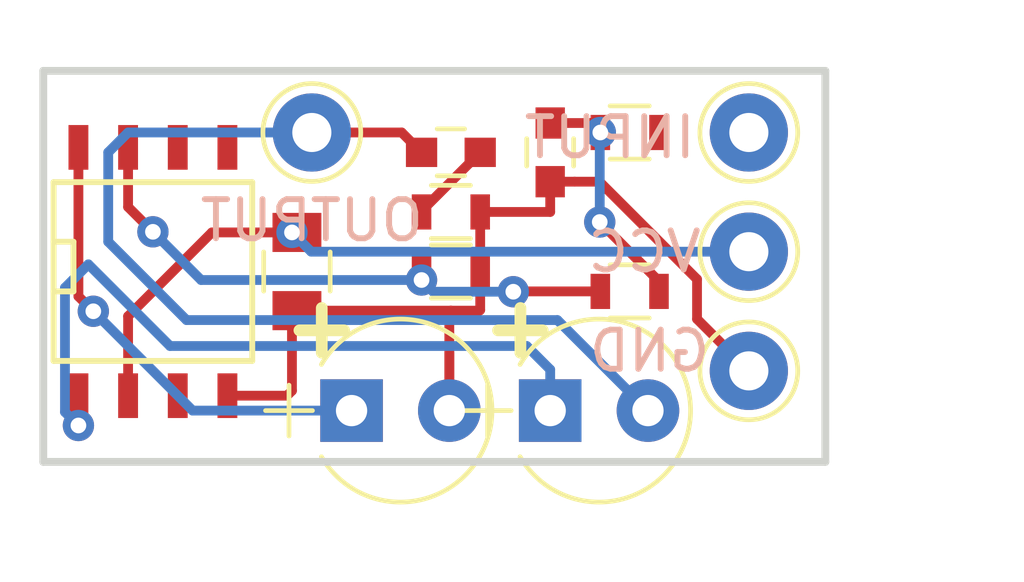
<source format=kicad_pcb>
(kicad_pcb (version 20171130) (host pcbnew "(5.0.1)-rc2")

  (general
    (thickness 1.6)
    (drawings 6)
    (tracks 67)
    (zones 0)
    (modules 14)
    (nets 13)
  )

  (page A4)
  (layers
    (0 F.Cu signal)
    (31 B.Cu signal)
    (32 B.Adhes user)
    (33 F.Adhes user)
    (34 B.Paste user)
    (35 F.Paste user)
    (36 B.SilkS user)
    (37 F.SilkS user)
    (38 B.Mask user)
    (39 F.Mask user)
    (40 Dwgs.User user)
    (41 Cmts.User user)
    (42 Eco1.User user)
    (43 Eco2.User user)
    (44 Edge.Cuts user)
    (45 Margin user)
    (46 B.CrtYd user)
    (47 F.CrtYd user)
    (48 B.Fab user)
    (49 F.Fab user)
  )

  (setup
    (last_trace_width 0.25)
    (trace_clearance 0.2)
    (zone_clearance 0.508)
    (zone_45_only no)
    (trace_min 0.2)
    (segment_width 0.2)
    (edge_width 0.15)
    (via_size 0.8)
    (via_drill 0.4)
    (via_min_size 0.4)
    (via_min_drill 0.3)
    (uvia_size 0.3)
    (uvia_drill 0.1)
    (uvias_allowed no)
    (uvia_min_size 0.2)
    (uvia_min_drill 0.1)
    (pcb_text_width 0.3)
    (pcb_text_size 1.5 1.5)
    (mod_edge_width 0.15)
    (mod_text_size 1 1)
    (mod_text_width 0.15)
    (pad_size 1.524 1.524)
    (pad_drill 0.762)
    (pad_to_mask_clearance 0.051)
    (solder_mask_min_width 0.25)
    (aux_axis_origin 0 0)
    (visible_elements 7FFFFFFF)
    (pcbplotparams
      (layerselection 0x010fc_ffffffff)
      (usegerberextensions false)
      (usegerberattributes false)
      (usegerberadvancedattributes false)
      (creategerberjobfile false)
      (excludeedgelayer true)
      (linewidth 0.100000)
      (plotframeref false)
      (viasonmask false)
      (mode 1)
      (useauxorigin false)
      (hpglpennumber 1)
      (hpglpenspeed 20)
      (hpglpendiameter 15.000000)
      (psnegative false)
      (psa4output false)
      (plotreference true)
      (plotvalue true)
      (plotinvisibletext false)
      (padsonsilk false)
      (subtractmaskfromsilk false)
      (outputformat 1)
      (mirror false)
      (drillshape 1)
      (scaleselection 1)
      (outputdirectory ""))
  )

  (net 0 "")
  (net 1 GND)
  (net 2 VCC)
  (net 3 "Net-(C2-Pad1)")
  (net 4 "Net-(C4-Pad1)")
  (net 5 "Net-(C4-Pad2)")
  (net 6 "Net-(C6-Pad2)")
  (net 7 "Net-(C8-Pad1)")
  (net 8 "Net-(R3-Pad1)")
  (net 9 "Net-(R5-Pad2)")
  (net 10 "Net-(U1-Pad3)")
  (net 11 "Net-(U1-Pad5)")
  (net 12 "Net-(U1-Pad6)")

  (net_class Default "Ceci est la Netclass par défaut."
    (clearance 0.2)
    (trace_width 0.25)
    (via_dia 0.8)
    (via_drill 0.4)
    (uvia_dia 0.3)
    (uvia_drill 0.1)
    (add_net GND)
    (add_net "Net-(C2-Pad1)")
    (add_net "Net-(C4-Pad1)")
    (add_net "Net-(C4-Pad2)")
    (add_net "Net-(C6-Pad2)")
    (add_net "Net-(C8-Pad1)")
    (add_net "Net-(R3-Pad1)")
    (add_net "Net-(R5-Pad2)")
    (add_net "Net-(U1-Pad3)")
    (add_net "Net-(U1-Pad5)")
    (add_net "Net-(U1-Pad6)")
    (add_net VCC)
  )

  (module Capacitors_SMD:C_0603 (layer F.Cu) (tedit 5CED3B29) (tstamp 5CEE5119)
    (at 92.964 37.084 270)
    (descr "Capacitor SMD 0603, reflow soldering, AVX (see smccp.pdf)")
    (tags "capacitor 0603")
    (path /5CED645E)
    (attr smd)
    (fp_text reference C8 (at 0 -1.5 270) (layer F.SilkS) hide
      (effects (font (size 1 1) (thickness 0.15)))
    )
    (fp_text value C (at 0 1.5 270) (layer F.Fab)
      (effects (font (size 1 1) (thickness 0.15)))
    )
    (fp_line (start 1.4 0.65) (end -1.4 0.65) (layer F.CrtYd) (width 0.05))
    (fp_line (start 1.4 0.65) (end 1.4 -0.65) (layer F.CrtYd) (width 0.05))
    (fp_line (start -1.4 -0.65) (end -1.4 0.65) (layer F.CrtYd) (width 0.05))
    (fp_line (start -1.4 -0.65) (end 1.4 -0.65) (layer F.CrtYd) (width 0.05))
    (fp_line (start 0.35 0.6) (end -0.35 0.6) (layer F.SilkS) (width 0.12))
    (fp_line (start -0.35 -0.6) (end 0.35 -0.6) (layer F.SilkS) (width 0.12))
    (fp_line (start -0.8 -0.4) (end 0.8 -0.4) (layer F.Fab) (width 0.1))
    (fp_line (start 0.8 -0.4) (end 0.8 0.4) (layer F.Fab) (width 0.1))
    (fp_line (start 0.8 0.4) (end -0.8 0.4) (layer F.Fab) (width 0.1))
    (fp_line (start -0.8 0.4) (end -0.8 -0.4) (layer F.Fab) (width 0.1))
    (fp_text user %R (at 0 0 270) (layer F.Fab)
      (effects (font (size 0.3 0.3) (thickness 0.075)))
    )
    (pad 2 smd rect (at 0.75 0 270) (size 0.8 0.75) (layers F.Cu F.Paste F.Mask)
      (net 1 GND))
    (pad 1 smd rect (at -0.75 0 270) (size 0.8 0.75) (layers F.Cu F.Paste F.Mask)
      (net 7 "Net-(C8-Pad1)"))
    (model Capacitors_SMD.3dshapes/C_0603.wrl
      (at (xyz 0 0 0))
      (scale (xyz 1 1 1))
      (rotate (xyz 0 0 0))
    )
  )

  (module Capacitors_SMD:C_0603 (layer F.Cu) (tedit 5CED3AB8) (tstamp 5CEE5109)
    (at 90.424 37.084)
    (descr "Capacitor SMD 0603, reflow soldering, AVX (see smccp.pdf)")
    (tags "capacitor 0603")
    (path /5CED34A4)
    (attr smd)
    (fp_text reference C6 (at 0 -0.889) (layer F.SilkS) hide
      (effects (font (size 1 1) (thickness 0.15)))
    )
    (fp_text value 100nF (at 0 1.5) (layer F.Fab)
      (effects (font (size 1 1) (thickness 0.15)))
    )
    (fp_text user %R (at 0 0) (layer F.Fab)
      (effects (font (size 0.3 0.3) (thickness 0.075)))
    )
    (fp_line (start -0.8 0.4) (end -0.8 -0.4) (layer F.Fab) (width 0.1))
    (fp_line (start 0.8 0.4) (end -0.8 0.4) (layer F.Fab) (width 0.1))
    (fp_line (start 0.8 -0.4) (end 0.8 0.4) (layer F.Fab) (width 0.1))
    (fp_line (start -0.8 -0.4) (end 0.8 -0.4) (layer F.Fab) (width 0.1))
    (fp_line (start -0.35 -0.6) (end 0.35 -0.6) (layer F.SilkS) (width 0.12))
    (fp_line (start 0.35 0.6) (end -0.35 0.6) (layer F.SilkS) (width 0.12))
    (fp_line (start -1.4 -0.65) (end 1.4 -0.65) (layer F.CrtYd) (width 0.05))
    (fp_line (start -1.4 -0.65) (end -1.4 0.65) (layer F.CrtYd) (width 0.05))
    (fp_line (start 1.4 0.65) (end 1.4 -0.65) (layer F.CrtYd) (width 0.05))
    (fp_line (start 1.4 0.65) (end -1.4 0.65) (layer F.CrtYd) (width 0.05))
    (pad 1 smd rect (at -0.75 0) (size 0.8 0.75) (layers F.Cu F.Paste F.Mask)
      (net 5 "Net-(C4-Pad2)"))
    (pad 2 smd rect (at 0.75 0) (size 0.8 0.75) (layers F.Cu F.Paste F.Mask)
      (net 6 "Net-(C6-Pad2)"))
    (model Capacitors_SMD.3dshapes/C_0603.wrl
      (at (xyz 0 0 0))
      (scale (xyz 1 1 1))
      (rotate (xyz 0 0 0))
    )
  )

  (module Capacitors_SMD:C_0805 (layer F.Cu) (tedit 5CED3B1A) (tstamp 5CEE114A)
    (at 86.487 40.132 270)
    (descr "Capacitor SMD 0805, reflow soldering, AVX (see smccp.pdf)")
    (tags "capacitor 0805")
    (path /5CED2B4D)
    (attr smd)
    (fp_text reference C1 (at 0 -1.5 270) (layer F.SilkS) hide
      (effects (font (size 1 1) (thickness 0.15)))
    )
    (fp_text value 10uF (at 0 1.75 270) (layer F.Fab)
      (effects (font (size 1 1) (thickness 0.15)))
    )
    (fp_line (start 1.75 0.87) (end -1.75 0.87) (layer F.CrtYd) (width 0.05))
    (fp_line (start 1.75 0.87) (end 1.75 -0.88) (layer F.CrtYd) (width 0.05))
    (fp_line (start -1.75 -0.88) (end -1.75 0.87) (layer F.CrtYd) (width 0.05))
    (fp_line (start -1.75 -0.88) (end 1.75 -0.88) (layer F.CrtYd) (width 0.05))
    (fp_line (start -0.5 0.85) (end 0.5 0.85) (layer F.SilkS) (width 0.12))
    (fp_line (start 0.5 -0.85) (end -0.5 -0.85) (layer F.SilkS) (width 0.12))
    (fp_line (start -1 -0.62) (end 1 -0.62) (layer F.Fab) (width 0.1))
    (fp_line (start 1 -0.62) (end 1 0.62) (layer F.Fab) (width 0.1))
    (fp_line (start 1 0.62) (end -1 0.62) (layer F.Fab) (width 0.1))
    (fp_line (start -1 0.62) (end -1 -0.62) (layer F.Fab) (width 0.1))
    (fp_text user %R (at 0 -1.5 270) (layer F.Fab)
      (effects (font (size 1 1) (thickness 0.15)))
    )
    (pad 2 smd rect (at 1 0 270) (size 1 1.25) (layers F.Cu F.Paste F.Mask)
      (net 1 GND))
    (pad 1 smd rect (at -1 0 270) (size 1 1.25) (layers F.Cu F.Paste F.Mask)
      (net 2 VCC))
    (model Capacitors_SMD.3dshapes/C_0805.wrl
      (at (xyz 0 0 0))
      (scale (xyz 1 1 1))
      (rotate (xyz 0 0 0))
    )
  )

  (module Capacitors_THT:CP_Radial_Tantal_D4.5mm_P2.50mm (layer F.Cu) (tedit 5CED3B1F) (tstamp 5CEE115D)
    (at 87.884 43.688)
    (descr "CP, Radial_Tantal series, Radial, pin pitch=2.50mm, , diameter=4.5mm, Tantal Electrolytic Capacitor, http://cdn-reichelt.de/documents/datenblatt/B300/TANTAL-TB-Serie%23.pdf")
    (tags "CP Radial_Tantal series Radial pin pitch 2.50mm  diameter 4.5mm Tantal Electrolytic Capacitor")
    (path /5CED2CC0)
    (fp_text reference C2 (at 1.25 -3.56) (layer F.SilkS) hide
      (effects (font (size 1 1) (thickness 0.15)))
    )
    (fp_text value 47uF (at 1.25 3.56) (layer F.Fab)
      (effects (font (size 1 1) (thickness 0.15)))
    )
    (fp_text user %R (at 1.25 0) (layer F.Fab)
      (effects (font (size 1 1) (thickness 0.15)))
    )
    (fp_line (start 3.85 -2.6) (end -1.35 -2.6) (layer F.CrtYd) (width 0.05))
    (fp_line (start 3.85 2.6) (end 3.85 -2.6) (layer F.CrtYd) (width 0.05))
    (fp_line (start -1.35 2.6) (end 3.85 2.6) (layer F.CrtYd) (width 0.05))
    (fp_line (start -1.35 -2.6) (end -1.35 2.6) (layer F.CrtYd) (width 0.05))
    (fp_line (start -1.6 -0.65) (end -1.6 0.65) (layer F.SilkS) (width 0.12))
    (fp_line (start -2.2 0) (end -1 0) (layer F.SilkS) (width 0.12))
    (fp_line (start -1.6 -0.65) (end -1.6 0.65) (layer F.Fab) (width 0.1))
    (fp_line (start -2.2 0) (end -1 0) (layer F.Fab) (width 0.1))
    (fp_circle (center 1.25 0) (end 3.5 0) (layer F.Fab) (width 0.1))
    (fp_arc (start 1.25 0) (end 3.270693 -1.18) (angle 60.6) (layer F.SilkS) (width 0.12))
    (fp_arc (start 1.25 0) (end -0.770693 1.18) (angle -119.4) (layer F.SilkS) (width 0.12))
    (fp_arc (start 1.25 0) (end -0.770693 -1.18) (angle 119.4) (layer F.SilkS) (width 0.12))
    (pad 2 thru_hole circle (at 2.5 0) (size 1.6 1.6) (drill 0.8) (layers *.Cu *.Mask)
      (net 1 GND))
    (pad 1 thru_hole rect (at 0 0) (size 1.6 1.6) (drill 0.8) (layers *.Cu *.Mask)
      (net 3 "Net-(C2-Pad1)"))
    (model ${KISYS3DMOD}/Capacitors_THT.3dshapes/CP_Radial_Tantal_D4.5mm_P2.50mm.wrl
      (at (xyz 0 0 0))
      (scale (xyz 1 1 1))
      (rotate (xyz 0 0 0))
    )
  )

  (module Capacitors_THT:CP_Radial_Tantal_D4.5mm_P2.50mm (layer F.Cu) (tedit 5CED3B39) (tstamp 5CEE1170)
    (at 92.964 43.688)
    (descr "CP, Radial_Tantal series, Radial, pin pitch=2.50mm, , diameter=4.5mm, Tantal Electrolytic Capacitor, http://cdn-reichelt.de/documents/datenblatt/B300/TANTAL-TB-Serie%23.pdf")
    (tags "CP Radial_Tantal series Radial pin pitch 2.50mm  diameter 4.5mm Tantal Electrolytic Capacitor")
    (path /5CED3307)
    (fp_text reference C4 (at 1.25 -3.56) (layer F.SilkS) hide
      (effects (font (size 1 1) (thickness 0.15)))
    )
    (fp_text value 47uF (at 1.25 3.56) (layer F.Fab)
      (effects (font (size 1 1) (thickness 0.15)))
    )
    (fp_arc (start 1.25 0) (end -0.770693 -1.18) (angle 119.4) (layer F.SilkS) (width 0.12))
    (fp_arc (start 1.25 0) (end -0.770693 1.18) (angle -119.4) (layer F.SilkS) (width 0.12))
    (fp_arc (start 1.25 0) (end 3.270693 -1.18) (angle 60.6) (layer F.SilkS) (width 0.12))
    (fp_circle (center 1.25 0) (end 3.5 0) (layer F.Fab) (width 0.1))
    (fp_line (start -2.2 0) (end -1 0) (layer F.Fab) (width 0.1))
    (fp_line (start -1.6 -0.65) (end -1.6 0.65) (layer F.Fab) (width 0.1))
    (fp_line (start -2.2 0) (end -1 0) (layer F.SilkS) (width 0.12))
    (fp_line (start -1.6 -0.65) (end -1.6 0.65) (layer F.SilkS) (width 0.12))
    (fp_line (start -1.35 -2.6) (end -1.35 2.6) (layer F.CrtYd) (width 0.05))
    (fp_line (start -1.35 2.6) (end 3.85 2.6) (layer F.CrtYd) (width 0.05))
    (fp_line (start 3.85 2.6) (end 3.85 -2.6) (layer F.CrtYd) (width 0.05))
    (fp_line (start 3.85 -2.6) (end -1.35 -2.6) (layer F.CrtYd) (width 0.05))
    (fp_text user %R (at 1.25 0) (layer F.Fab)
      (effects (font (size 1 1) (thickness 0.15)))
    )
    (pad 1 thru_hole rect (at 0 0) (size 1.6 1.6) (drill 0.8) (layers *.Cu *.Mask)
      (net 4 "Net-(C4-Pad1)"))
    (pad 2 thru_hole circle (at 2.5 0) (size 1.6 1.6) (drill 0.8) (layers *.Cu *.Mask)
      (net 5 "Net-(C4-Pad2)"))
    (model ${KISYS3DMOD}/Capacitors_THT.3dshapes/CP_Radial_Tantal_D4.5mm_P2.50mm.wrl
      (at (xyz 0 0 0))
      (scale (xyz 1 1 1))
      (rotate (xyz 0 0 0))
    )
  )

  (module Resistors_SMD:R_0603 (layer F.Cu) (tedit 5CED3B0B) (tstamp 5CEE11A3)
    (at 90.424 38.608)
    (descr "Resistor SMD 0603, reflow soldering, Vishay (see dcrcw.pdf)")
    (tags "resistor 0603")
    (path /5CED3737)
    (attr smd)
    (fp_text reference R1 (at 0 -1.397) (layer F.SilkS) hide
      (effects (font (size 1 1) (thickness 0.15)))
    )
    (fp_text value 4.7R (at 0 1.5) (layer F.Fab)
      (effects (font (size 1 1) (thickness 0.15)))
    )
    (fp_line (start 1.25 0.7) (end -1.25 0.7) (layer F.CrtYd) (width 0.05))
    (fp_line (start 1.25 0.7) (end 1.25 -0.7) (layer F.CrtYd) (width 0.05))
    (fp_line (start -1.25 -0.7) (end -1.25 0.7) (layer F.CrtYd) (width 0.05))
    (fp_line (start -1.25 -0.7) (end 1.25 -0.7) (layer F.CrtYd) (width 0.05))
    (fp_line (start -0.5 -0.68) (end 0.5 -0.68) (layer F.SilkS) (width 0.12))
    (fp_line (start 0.5 0.68) (end -0.5 0.68) (layer F.SilkS) (width 0.12))
    (fp_line (start -0.8 -0.4) (end 0.8 -0.4) (layer F.Fab) (width 0.1))
    (fp_line (start 0.8 -0.4) (end 0.8 0.4) (layer F.Fab) (width 0.1))
    (fp_line (start 0.8 0.4) (end -0.8 0.4) (layer F.Fab) (width 0.1))
    (fp_line (start -0.8 0.4) (end -0.8 -0.4) (layer F.Fab) (width 0.1))
    (fp_text user %R (at 0 0) (layer F.Fab)
      (effects (font (size 0.4 0.4) (thickness 0.075)))
    )
    (pad 2 smd rect (at 0.75 0) (size 0.5 0.9) (layers F.Cu F.Paste F.Mask)
      (net 1 GND))
    (pad 1 smd rect (at -0.75 0) (size 0.5 0.9) (layers F.Cu F.Paste F.Mask)
      (net 6 "Net-(C6-Pad2)"))
    (model ${KISYS3DMOD}/Resistors_SMD.3dshapes/R_0603.wrl
      (at (xyz 0 0 0))
      (scale (xyz 1 1 1))
      (rotate (xyz 0 0 0))
    )
  )

  (module Resistors_SMD:R_0603 (layer F.Cu) (tedit 5CED3B14) (tstamp 5CEE11B4)
    (at 90.424 40.132)
    (descr "Resistor SMD 0603, reflow soldering, Vishay (see dcrcw.pdf)")
    (tags "resistor 0603")
    (path /5CED612D)
    (attr smd)
    (fp_text reference R3 (at 0 -1.45) (layer F.SilkS) hide
      (effects (font (size 1 1) (thickness 0.15)))
    )
    (fp_text value R (at 0 1.5) (layer F.Fab)
      (effects (font (size 1 1) (thickness 0.15)))
    )
    (fp_text user %R (at 0 0) (layer F.Fab)
      (effects (font (size 0.4 0.4) (thickness 0.075)))
    )
    (fp_line (start -0.8 0.4) (end -0.8 -0.4) (layer F.Fab) (width 0.1))
    (fp_line (start 0.8 0.4) (end -0.8 0.4) (layer F.Fab) (width 0.1))
    (fp_line (start 0.8 -0.4) (end 0.8 0.4) (layer F.Fab) (width 0.1))
    (fp_line (start -0.8 -0.4) (end 0.8 -0.4) (layer F.Fab) (width 0.1))
    (fp_line (start 0.5 0.68) (end -0.5 0.68) (layer F.SilkS) (width 0.12))
    (fp_line (start -0.5 -0.68) (end 0.5 -0.68) (layer F.SilkS) (width 0.12))
    (fp_line (start -1.25 -0.7) (end 1.25 -0.7) (layer F.CrtYd) (width 0.05))
    (fp_line (start -1.25 -0.7) (end -1.25 0.7) (layer F.CrtYd) (width 0.05))
    (fp_line (start 1.25 0.7) (end 1.25 -0.7) (layer F.CrtYd) (width 0.05))
    (fp_line (start 1.25 0.7) (end -1.25 0.7) (layer F.CrtYd) (width 0.05))
    (pad 1 smd rect (at -0.75 0) (size 0.5 0.9) (layers F.Cu F.Paste F.Mask)
      (net 8 "Net-(R3-Pad1)"))
    (pad 2 smd rect (at 0.75 0) (size 0.5 0.9) (layers F.Cu F.Paste F.Mask)
      (net 1 GND))
    (model ${KISYS3DMOD}/Resistors_SMD.3dshapes/R_0603.wrl
      (at (xyz 0 0 0))
      (scale (xyz 1 1 1))
      (rotate (xyz 0 0 0))
    )
  )

  (module Resistors_SMD:R_0603 (layer F.Cu) (tedit 5CED3B3E) (tstamp 5CEE11C5)
    (at 94.996 40.64)
    (descr "Resistor SMD 0603, reflow soldering, Vishay (see dcrcw.pdf)")
    (tags "resistor 0603")
    (path /5CED61C5)
    (attr smd)
    (fp_text reference R4 (at 0 -1.45) (layer F.SilkS) hide
      (effects (font (size 1 1) (thickness 0.15)))
    )
    (fp_text value R (at 0 1.5) (layer F.Fab)
      (effects (font (size 1 1) (thickness 0.15)))
    )
    (fp_line (start 1.25 0.7) (end -1.25 0.7) (layer F.CrtYd) (width 0.05))
    (fp_line (start 1.25 0.7) (end 1.25 -0.7) (layer F.CrtYd) (width 0.05))
    (fp_line (start -1.25 -0.7) (end -1.25 0.7) (layer F.CrtYd) (width 0.05))
    (fp_line (start -1.25 -0.7) (end 1.25 -0.7) (layer F.CrtYd) (width 0.05))
    (fp_line (start -0.5 -0.68) (end 0.5 -0.68) (layer F.SilkS) (width 0.12))
    (fp_line (start 0.5 0.68) (end -0.5 0.68) (layer F.SilkS) (width 0.12))
    (fp_line (start -0.8 -0.4) (end 0.8 -0.4) (layer F.Fab) (width 0.1))
    (fp_line (start 0.8 -0.4) (end 0.8 0.4) (layer F.Fab) (width 0.1))
    (fp_line (start 0.8 0.4) (end -0.8 0.4) (layer F.Fab) (width 0.1))
    (fp_line (start -0.8 0.4) (end -0.8 -0.4) (layer F.Fab) (width 0.1))
    (fp_text user %R (at 0 0) (layer F.Fab)
      (effects (font (size 0.4 0.4) (thickness 0.075)))
    )
    (pad 2 smd rect (at 0.75 0) (size 0.5 0.9) (layers F.Cu F.Paste F.Mask)
      (net 7 "Net-(C8-Pad1)"))
    (pad 1 smd rect (at -0.75 0) (size 0.5 0.9) (layers F.Cu F.Paste F.Mask)
      (net 8 "Net-(R3-Pad1)"))
    (model ${KISYS3DMOD}/Resistors_SMD.3dshapes/R_0603.wrl
      (at (xyz 0 0 0))
      (scale (xyz 1 1 1))
      (rotate (xyz 0 0 0))
    )
  )

  (module Resistors_SMD:R_0603 (layer F.Cu) (tedit 5CED3AB3) (tstamp 5CEE11D6)
    (at 94.996 36.576)
    (descr "Resistor SMD 0603, reflow soldering, Vishay (see dcrcw.pdf)")
    (tags "resistor 0603")
    (path /5CED6248)
    (attr smd)
    (fp_text reference R5 (at 0.127 -0.127) (layer F.SilkS) hide
      (effects (font (size 1 1) (thickness 0.15)))
    )
    (fp_text value R (at 0 1.5) (layer F.Fab)
      (effects (font (size 1 1) (thickness 0.15)))
    )
    (fp_text user %R (at 0 0) (layer F.Fab)
      (effects (font (size 0.4 0.4) (thickness 0.075)))
    )
    (fp_line (start -0.8 0.4) (end -0.8 -0.4) (layer F.Fab) (width 0.1))
    (fp_line (start 0.8 0.4) (end -0.8 0.4) (layer F.Fab) (width 0.1))
    (fp_line (start 0.8 -0.4) (end 0.8 0.4) (layer F.Fab) (width 0.1))
    (fp_line (start -0.8 -0.4) (end 0.8 -0.4) (layer F.Fab) (width 0.1))
    (fp_line (start 0.5 0.68) (end -0.5 0.68) (layer F.SilkS) (width 0.12))
    (fp_line (start -0.5 -0.68) (end 0.5 -0.68) (layer F.SilkS) (width 0.12))
    (fp_line (start -1.25 -0.7) (end 1.25 -0.7) (layer F.CrtYd) (width 0.05))
    (fp_line (start -1.25 -0.7) (end -1.25 0.7) (layer F.CrtYd) (width 0.05))
    (fp_line (start 1.25 0.7) (end 1.25 -0.7) (layer F.CrtYd) (width 0.05))
    (fp_line (start 1.25 0.7) (end -1.25 0.7) (layer F.CrtYd) (width 0.05))
    (pad 1 smd rect (at -0.75 0) (size 0.5 0.9) (layers F.Cu F.Paste F.Mask)
      (net 7 "Net-(C8-Pad1)"))
    (pad 2 smd rect (at 0.75 0) (size 0.5 0.9) (layers F.Cu F.Paste F.Mask)
      (net 9 "Net-(R5-Pad2)"))
    (model ${KISYS3DMOD}/Resistors_SMD.3dshapes/R_0603.wrl
      (at (xyz 0 0 0))
      (scale (xyz 1 1 1))
      (rotate (xyz 0 0 0))
    )
  )

  (module Connectors:Pin_d1.0mm_L10.0mm (layer F.Cu) (tedit 5CED3AFC) (tstamp 5CEE11E0)
    (at 86.868 36.576)
    (descr "solder Pin_ diameter 1.0mm, hole diameter 1.0mm (press fit), length 10.0mm")
    (tags "solder Pin_ press fit")
    (path /5CED3B67)
    (fp_text reference OUTPUT (at 0 2.25) (layer B.SilkS)
      (effects (font (size 1 1) (thickness 0.15)) (justify mirror))
    )
    (fp_text value OUT_L (at 0 -2.54) (layer F.Fab)
      (effects (font (size 1 1) (thickness 0.15)))
    )
    (fp_circle (center 0 0) (end 1.25 0.05) (layer F.SilkS) (width 0.12))
    (fp_circle (center 0 0) (end 1 0) (layer F.Fab) (width 0.12))
    (fp_circle (center 0 0) (end 0.5 0) (layer F.Fab) (width 0.12))
    (fp_circle (center 0 0) (end 1.5 0) (layer F.CrtYd) (width 0.05))
    (fp_text user %R (at 0 2.25) (layer F.Fab)
      (effects (font (size 1 1) (thickness 0.15)))
    )
    (pad 1 thru_hole circle (at 0 0) (size 2 2) (drill 1) (layers *.Cu *.Mask)
      (net 5 "Net-(C4-Pad2)"))
    (model ${KISYS3DMOD}/Connectors.3dshapes/Pin_d1.0mm_L10.0mm.wrl
      (at (xyz 0 0 0))
      (scale (xyz 1 1 1))
      (rotate (xyz 0 0 0))
    )
  )

  (module Connectors:Pin_d1.0mm_L10.0mm (layer F.Cu) (tedit 5CED3AA7) (tstamp 5CEE11EA)
    (at 98.044 36.576)
    (descr "solder Pin_ diameter 1.0mm, hole diameter 1.0mm (press fit), length 10.0mm")
    (tags "solder Pin_ press fit")
    (path /5CED6653)
    (fp_text reference INPUT (at -3.556 0.127) (layer B.SilkS)
      (effects (font (size 1 1) (thickness 0.15)) (justify mirror))
    )
    (fp_text value IN_L (at 4.064 0) (layer F.Fab)
      (effects (font (size 1 1) (thickness 0.15)))
    )
    (fp_text user %R (at 0 2.25) (layer F.Fab)
      (effects (font (size 1 1) (thickness 0.15)))
    )
    (fp_circle (center 0 0) (end 1.5 0) (layer F.CrtYd) (width 0.05))
    (fp_circle (center 0 0) (end 0.5 0) (layer F.Fab) (width 0.12))
    (fp_circle (center 0 0) (end 1 0) (layer F.Fab) (width 0.12))
    (fp_circle (center 0 0) (end 1.25 0.05) (layer F.SilkS) (width 0.12))
    (pad 1 thru_hole circle (at 0 0) (size 2 2) (drill 1) (layers *.Cu *.Mask)
      (net 9 "Net-(R5-Pad2)"))
    (model ${KISYS3DMOD}/Connectors.3dshapes/Pin_d1.0mm_L10.0mm.wrl
      (at (xyz 0 0 0))
      (scale (xyz 1 1 1))
      (rotate (xyz 0 0 0))
    )
  )

  (module Connectors:Pin_d1.0mm_L10.0mm (layer F.Cu) (tedit 5CED3AC6) (tstamp 5CEE11F4)
    (at 98.044 39.624)
    (descr "solder Pin_ diameter 1.0mm, hole diameter 1.0mm (press fit), length 10.0mm")
    (tags "solder Pin_ press fit")
    (path /5CEE45D9)
    (fp_text reference VCC (at -2.667 0) (layer B.SilkS)
      (effects (font (size 1 1) (thickness 0.15)) (justify mirror))
    )
    (fp_text value p_VCC (at 4.572 0) (layer F.Fab)
      (effects (font (size 1 1) (thickness 0.15)))
    )
    (fp_circle (center 0 0) (end 1.25 0.05) (layer F.SilkS) (width 0.12))
    (fp_circle (center 0 0) (end 1 0) (layer F.Fab) (width 0.12))
    (fp_circle (center 0 0) (end 0.5 0) (layer F.Fab) (width 0.12))
    (fp_circle (center 0 0) (end 1.5 0) (layer F.CrtYd) (width 0.05))
    (fp_text user %R (at 0 2.25) (layer F.Fab)
      (effects (font (size 1 1) (thickness 0.15)))
    )
    (pad 1 thru_hole circle (at 0 0) (size 2 2) (drill 1) (layers *.Cu *.Mask)
      (net 2 VCC))
    (model ${KISYS3DMOD}/Connectors.3dshapes/Pin_d1.0mm_L10.0mm.wrl
      (at (xyz 0 0 0))
      (scale (xyz 1 1 1))
      (rotate (xyz 0 0 0))
    )
  )

  (module Connectors:Pin_d1.0mm_L10.0mm (layer F.Cu) (tedit 5CED3AD6) (tstamp 5CEE11FE)
    (at 98.044 42.672)
    (descr "solder Pin_ diameter 1.0mm, hole diameter 1.0mm (press fit), length 10.0mm")
    (tags "solder Pin_ press fit")
    (path /5CEE5996)
    (fp_text reference GND (at -2.54 -0.508) (layer B.SilkS)
      (effects (font (size 1 1) (thickness 0.15)) (justify mirror))
    )
    (fp_text value p_GND (at 4.572 0) (layer F.Fab)
      (effects (font (size 1 1) (thickness 0.15)))
    )
    (fp_text user %R (at 0 2.25) (layer F.Fab)
      (effects (font (size 1 1) (thickness 0.15)))
    )
    (fp_circle (center 0 0) (end 1.5 0) (layer F.CrtYd) (width 0.05))
    (fp_circle (center 0 0) (end 0.5 0) (layer F.Fab) (width 0.12))
    (fp_circle (center 0 0) (end 1 0) (layer F.Fab) (width 0.12))
    (fp_circle (center 0 0) (end 1.25 0.05) (layer F.SilkS) (width 0.12))
    (pad 1 thru_hole circle (at 0 0) (size 2 2) (drill 1) (layers *.Cu *.Mask)
      (net 1 GND))
    (model ${KISYS3DMOD}/Connectors.3dshapes/Pin_d1.0mm_L10.0mm.wrl
      (at (xyz 0 0 0))
      (scale (xyz 1 1 1))
      (rotate (xyz 0 0 0))
    )
  )

  (module SMD_Packages:SOIC-8-N (layer F.Cu) (tedit 5CED3B48) (tstamp 5CEE1211)
    (at 82.804 40.132)
    (descr "Module Narrow CMS SOJ 8 pins large")
    (tags "CMS SOJ")
    (path /5CED29D0)
    (attr smd)
    (fp_text reference U1 (at 0 -1.27) (layer F.SilkS) hide
      (effects (font (size 1 1) (thickness 0.15)))
    )
    (fp_text value TDA2822M (at 0 1.27) (layer F.Fab)
      (effects (font (size 1 1) (thickness 0.15)))
    )
    (fp_line (start -2.032 0.508) (end -2.54 0.508) (layer F.SilkS) (width 0.15))
    (fp_line (start -2.032 -0.762) (end -2.032 0.508) (layer F.SilkS) (width 0.15))
    (fp_line (start -2.54 -0.762) (end -2.032 -0.762) (layer F.SilkS) (width 0.15))
    (fp_line (start -2.54 2.286) (end -2.54 -2.286) (layer F.SilkS) (width 0.15))
    (fp_line (start 2.54 2.286) (end -2.54 2.286) (layer F.SilkS) (width 0.15))
    (fp_line (start 2.54 -2.286) (end 2.54 2.286) (layer F.SilkS) (width 0.15))
    (fp_line (start -2.54 -2.286) (end 2.54 -2.286) (layer F.SilkS) (width 0.15))
    (pad 1 smd rect (at -1.905 3.175) (size 0.508 1.143) (layers F.Cu F.Paste F.Mask)
      (net 4 "Net-(C4-Pad1)"))
    (pad 2 smd rect (at -0.635 3.175) (size 0.508 1.143) (layers F.Cu F.Paste F.Mask)
      (net 2 VCC))
    (pad 3 smd rect (at 0.635 3.175) (size 0.508 1.143) (layers F.Cu F.Paste F.Mask)
      (net 10 "Net-(U1-Pad3)"))
    (pad 4 smd rect (at 1.905 3.175) (size 0.508 1.143) (layers F.Cu F.Paste F.Mask)
      (net 1 GND))
    (pad 5 smd rect (at 1.905 -3.175) (size 0.508 1.143) (layers F.Cu F.Paste F.Mask)
      (net 11 "Net-(U1-Pad5)"))
    (pad 6 smd rect (at 0.635 -3.175) (size 0.508 1.143) (layers F.Cu F.Paste F.Mask)
      (net 12 "Net-(U1-Pad6)"))
    (pad 7 smd rect (at -0.635 -3.175) (size 0.508 1.143) (layers F.Cu F.Paste F.Mask)
      (net 8 "Net-(R3-Pad1)"))
    (pad 8 smd rect (at -1.905 -3.175) (size 0.508 1.143) (layers F.Cu F.Paste F.Mask)
      (net 3 "Net-(C2-Pad1)"))
    (model SMD_Packages.3dshapes/SOIC-8-N.wrl
      (at (xyz 0 0 0))
      (scale (xyz 0.5 0.38 0.5))
      (rotate (xyz 0 0 0))
    )
  )

  (gr_text + (at 92.202 41.529) (layer F.SilkS)
    (effects (font (size 1.5 1.5) (thickness 0.3)))
  )
  (gr_text + (at 87.122 41.529) (layer F.SilkS)
    (effects (font (size 1.5 1.5) (thickness 0.3)))
  )
  (gr_line (start 80 45) (end 80 35) (layer Edge.Cuts) (width 0.2))
  (gr_line (start 100 45) (end 80 45) (layer Edge.Cuts) (width 0.2))
  (gr_line (start 100 35) (end 100 45) (layer Edge.Cuts) (width 0.2))
  (gr_line (start 80 35) (end 100 35) (layer Edge.Cuts) (width 0.2))

  (segment (start 93.589 37.834) (end 92.964 37.834) (width 0.25) (layer F.Cu) (net 1))
  (segment (start 94.225002 37.834) (end 93.589 37.834) (width 0.25) (layer F.Cu) (net 1))
  (segment (start 96.718999 40.327997) (end 94.225002 37.834) (width 0.25) (layer F.Cu) (net 1))
  (segment (start 96.718999 41.346999) (end 96.718999 40.327997) (width 0.25) (layer F.Cu) (net 1))
  (segment (start 98.044 42.672) (end 96.718999 41.346999) (width 0.25) (layer F.Cu) (net 1))
  (segment (start 91.174 40.132) (end 91.174 38.608) (width 0.25) (layer F.Cu) (net 1))
  (segment (start 91.174 38.608) (end 92.964 38.608) (width 0.25) (layer F.Cu) (net 1))
  (segment (start 92.964 38.608) (end 92.964 37.834) (width 0.25) (layer F.Cu) (net 1))
  (segment (start 90.384 42.204) (end 90.384 43.688) (width 0.25) (layer F.Cu) (net 1))
  (segment (start 90.384 41.172) (end 90.384 43.688) (width 0.25) (layer F.Cu) (net 1))
  (segment (start 90.424 41.132) (end 90.384 41.172) (width 0.25) (layer F.Cu) (net 1))
  (segment (start 90.424 41.132) (end 91.158 41.132) (width 0.25) (layer F.Cu) (net 1))
  (segment (start 86.36 41.132) (end 90.424 41.132) (width 0.25) (layer F.Cu) (net 1))
  (segment (start 91.174 41.116) (end 91.174 40.132) (width 0.25) (layer F.Cu) (net 1))
  (segment (start 91.158 41.132) (end 91.174 41.116) (width 0.25) (layer F.Cu) (net 1))
  (segment (start 84.709 43.307) (end 86.233 43.307) (width 0.25) (layer F.Cu) (net 1))
  (segment (start 86.36 43.18) (end 86.36 41.132) (width 0.25) (layer F.Cu) (net 1))
  (segment (start 86.233 43.307) (end 86.36 43.18) (width 0.25) (layer F.Cu) (net 1))
  (via (at 86.36 39.132) (size 0.8) (drill 0.4) (layers F.Cu B.Cu) (net 2))
  (segment (start 98.044 39.624) (end 86.852 39.624) (width 0.25) (layer B.Cu) (net 2))
  (segment (start 86.852 39.624) (end 86.36 39.132) (width 0.25) (layer B.Cu) (net 2))
  (segment (start 82.169 43.307) (end 82.169 41.275) (width 0.25) (layer F.Cu) (net 2))
  (segment (start 84.312 39.132) (end 86.36 39.132) (width 0.25) (layer F.Cu) (net 2))
  (segment (start 82.169 41.275) (end 84.312 39.132) (width 0.25) (layer F.Cu) (net 2))
  (via (at 81.28 41.148) (size 0.8) (drill 0.4) (layers F.Cu B.Cu) (net 3))
  (segment (start 80.899 36.957) (end 80.899 40.767) (width 0.25) (layer F.Cu) (net 3))
  (segment (start 80.899 40.767) (end 81.28 41.148) (width 0.25) (layer F.Cu) (net 3))
  (segment (start 83.82 43.688) (end 87.884 43.688) (width 0.25) (layer B.Cu) (net 3))
  (segment (start 81.28 41.148) (end 83.82 43.688) (width 0.25) (layer B.Cu) (net 3))
  (segment (start 92.964 42.638) (end 92.363 42.037) (width 0.25) (layer B.Cu) (net 4))
  (segment (start 92.964 43.688) (end 92.964 42.638) (width 0.25) (layer B.Cu) (net 4))
  (segment (start 83.242002 42.037) (end 81.153 39.947998) (width 0.25) (layer B.Cu) (net 4))
  (segment (start 92.363 42.037) (end 83.242002 42.037) (width 0.25) (layer B.Cu) (net 4))
  (via (at 80.899 44.069) (size 0.8) (drill 0.4) (layers F.Cu B.Cu) (net 4))
  (segment (start 80.554999 43.724999) (end 80.899 44.069) (width 0.25) (layer B.Cu) (net 4))
  (segment (start 81.153 39.947998) (end 80.554999 40.545999) (width 0.25) (layer B.Cu) (net 4))
  (segment (start 80.554999 40.545999) (end 80.554999 43.724999) (width 0.25) (layer B.Cu) (net 4))
  (segment (start 80.899 44.069) (end 80.899 43.307) (width 0.25) (layer F.Cu) (net 4))
  (segment (start 89.166 36.576) (end 89.674 37.084) (width 0.25) (layer F.Cu) (net 5))
  (segment (start 86.868 36.576) (end 89.166 36.576) (width 0.25) (layer F.Cu) (net 5))
  (segment (start 93.14901 41.37301) (end 83.66401 41.37301) (width 0.25) (layer B.Cu) (net 5))
  (segment (start 95.464 43.688) (end 93.14901 41.37301) (width 0.25) (layer B.Cu) (net 5))
  (segment (start 83.66401 41.37301) (end 81.661 39.37) (width 0.25) (layer B.Cu) (net 5))
  (segment (start 81.661 39.37) (end 81.661 37.084) (width 0.25) (layer B.Cu) (net 5))
  (segment (start 82.169 36.576) (end 86.868 36.576) (width 0.25) (layer B.Cu) (net 5))
  (segment (start 81.661 37.084) (end 82.169 36.576) (width 0.25) (layer B.Cu) (net 5))
  (segment (start 89.674 38.584) (end 91.174 37.084) (width 0.25) (layer F.Cu) (net 6))
  (segment (start 89.674 38.608) (end 89.674 38.584) (width 0.25) (layer F.Cu) (net 6))
  (segment (start 94.004 36.334) (end 94.246 36.576) (width 0.25) (layer F.Cu) (net 7))
  (segment (start 92.964 36.334) (end 94.004 36.334) (width 0.25) (layer F.Cu) (net 7))
  (via (at 94.230848 38.865152) (size 0.8) (drill 0.4) (layers F.Cu B.Cu) (net 7))
  (segment (start 95.746 40.64) (end 95.746 40.380304) (width 0.25) (layer F.Cu) (net 7))
  (segment (start 95.746 40.380304) (end 94.230848 38.865152) (width 0.25) (layer F.Cu) (net 7))
  (via (at 94.246 36.576) (size 0.8) (drill 0.4) (layers F.Cu B.Cu) (net 7))
  (segment (start 94.230848 38.865152) (end 94.230848 36.591152) (width 0.25) (layer B.Cu) (net 7))
  (segment (start 94.230848 36.591152) (end 94.246 36.576) (width 0.25) (layer B.Cu) (net 7))
  (via (at 92.02036 40.648009) (size 0.8) (drill 0.4) (layers F.Cu B.Cu) (net 8))
  (segment (start 94.246 40.64) (end 92.028369 40.64) (width 0.25) (layer F.Cu) (net 8))
  (segment (start 92.028369 40.64) (end 92.02036 40.648009) (width 0.25) (layer F.Cu) (net 8))
  (via (at 89.674 40.349) (size 0.8) (drill 0.4) (layers F.Cu B.Cu) (net 8))
  (segment (start 92.02036 40.648009) (end 89.973009 40.648009) (width 0.25) (layer B.Cu) (net 8))
  (segment (start 89.973009 40.648009) (end 89.674 40.349) (width 0.25) (layer B.Cu) (net 8))
  (via (at 82.804 39.116) (size 0.8) (drill 0.4) (layers F.Cu B.Cu) (net 8))
  (segment (start 82.169 36.957) (end 82.169 38.481) (width 0.25) (layer F.Cu) (net 8))
  (segment (start 82.169 38.481) (end 82.804 39.116) (width 0.25) (layer F.Cu) (net 8))
  (segment (start 84.037 40.349) (end 89.674 40.349) (width 0.25) (layer B.Cu) (net 8))
  (segment (start 82.804 39.116) (end 84.037 40.349) (width 0.25) (layer B.Cu) (net 8))

)

</source>
